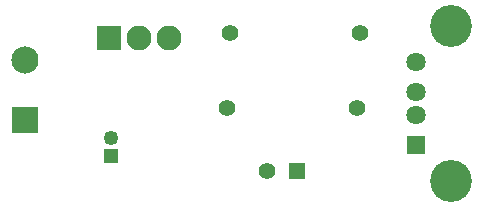
<source format=gbr>
%TF.GenerationSoftware,Altium Limited,Altium Designer,24.5.2 (23)*%
G04 Layer_Color=16711935*
%FSLAX45Y45*%
%MOMM*%
%TF.SameCoordinates,212D60A0-F292-481F-8A48-AB94694DD674*%
%TF.FilePolarity,Negative*%
%TF.FileFunction,Soldermask,Bot*%
%TF.Part,Single*%
G01*
G75*
%TA.AperFunction,ComponentPad*%
%ADD29C,1.41120*%
%ADD30R,1.41120X1.41120*%
%ADD31C,1.40320*%
%ADD32C,1.25320*%
%ADD33R,1.25320X1.25320*%
%ADD34C,2.11320*%
%ADD35R,2.11320X2.11320*%
%ADD36C,1.63120*%
%ADD37R,1.63120X1.63120*%
%ADD38C,3.54920*%
%ADD39C,2.30320*%
%ADD40R,2.30320X2.30320*%
D29*
X5092700Y2844800D02*
D03*
D30*
X5346700D02*
D03*
D31*
X4758599Y3378200D02*
D03*
X5858601D02*
D03*
X4783999Y4013200D02*
D03*
X5884001D02*
D03*
D32*
X3773099Y3123001D02*
D03*
D33*
Y2972999D02*
D03*
D34*
X4268201Y3975100D02*
D03*
X4013200D02*
D03*
D35*
X3758199D02*
D03*
D36*
X6354801Y3766302D02*
D03*
Y3516300D02*
D03*
Y3316300D02*
D03*
D37*
Y3066298D02*
D03*
D38*
X6654800Y4073301D02*
D03*
Y2759299D02*
D03*
D39*
X3048000Y3780602D02*
D03*
D40*
Y3280598D02*
D03*
%TF.MD5,9adeabeb405545a9ee3d674f26a491d9*%
M02*

</source>
